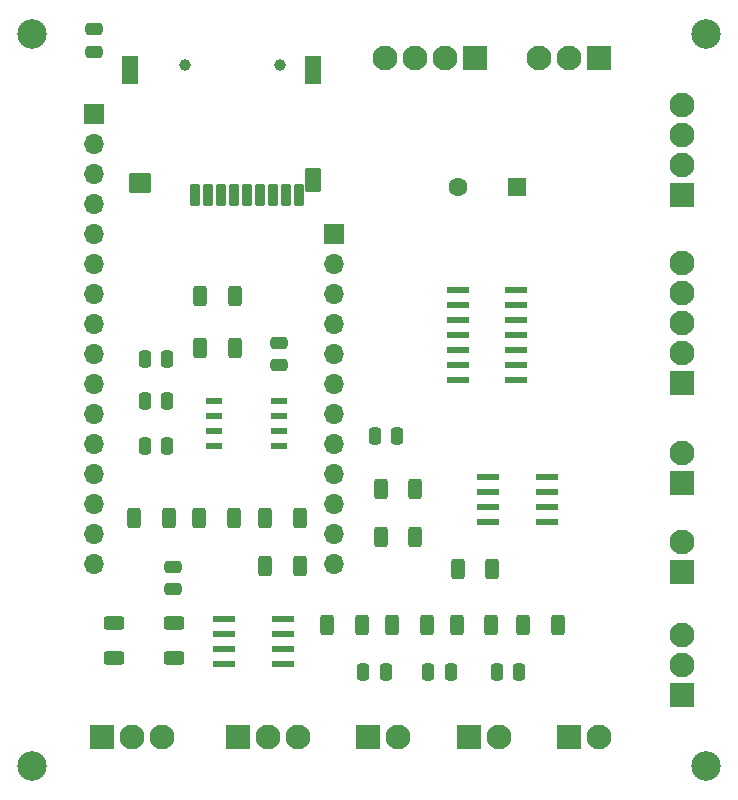
<source format=gts>
G04 #@! TF.GenerationSoftware,KiCad,Pcbnew,8.0.6*
G04 #@! TF.CreationDate,2025-01-17T16:42:44-08:00*
G04 #@! TF.ProjectId,AudioLux,41756469-6f4c-4757-982e-6b696361645f,rev?*
G04 #@! TF.SameCoordinates,Original*
G04 #@! TF.FileFunction,Soldermask,Top*
G04 #@! TF.FilePolarity,Negative*
%FSLAX46Y46*%
G04 Gerber Fmt 4.6, Leading zero omitted, Abs format (unit mm)*
G04 Created by KiCad (PCBNEW 8.0.6) date 2025-01-17 16:42:44*
%MOMM*%
%LPD*%
G01*
G04 APERTURE LIST*
G04 Aperture macros list*
%AMRoundRect*
0 Rectangle with rounded corners*
0 $1 Rounding radius*
0 $2 $3 $4 $5 $6 $7 $8 $9 X,Y pos of 4 corners*
0 Add a 4 corners polygon primitive as box body*
4,1,4,$2,$3,$4,$5,$6,$7,$8,$9,$2,$3,0*
0 Add four circle primitives for the rounded corners*
1,1,$1+$1,$2,$3*
1,1,$1+$1,$4,$5*
1,1,$1+$1,$6,$7*
1,1,$1+$1,$8,$9*
0 Add four rect primitives between the rounded corners*
20,1,$1+$1,$2,$3,$4,$5,0*
20,1,$1+$1,$4,$5,$6,$7,0*
20,1,$1+$1,$6,$7,$8,$9,0*
20,1,$1+$1,$8,$9,$2,$3,0*%
G04 Aperture macros list end*
%ADD10R,2.100000X2.100000*%
%ADD11C,2.100000*%
%ADD12RoundRect,0.250000X-0.250000X-0.475000X0.250000X-0.475000X0.250000X0.475000X-0.250000X0.475000X0*%
%ADD13RoundRect,0.250000X0.312500X0.625000X-0.312500X0.625000X-0.312500X-0.625000X0.312500X-0.625000X0*%
%ADD14RoundRect,0.250000X-0.625000X0.312500X-0.625000X-0.312500X0.625000X-0.312500X0.625000X0.312500X0*%
%ADD15R,1.460500X0.533400*%
%ADD16RoundRect,0.250000X0.250000X0.475000X-0.250000X0.475000X-0.250000X-0.475000X0.250000X-0.475000X0*%
%ADD17R,1.600000X1.600000*%
%ADD18C,1.600000*%
%ADD19RoundRect,0.250000X-0.475000X0.250000X-0.475000X-0.250000X0.475000X-0.250000X0.475000X0.250000X0*%
%ADD20R,1.700000X1.700000*%
%ADD21O,1.700000X1.700000*%
%ADD22C,2.500000*%
%ADD23RoundRect,0.250000X-0.312500X-0.625000X0.312500X-0.625000X0.312500X0.625000X-0.312500X0.625000X0*%
%ADD24C,1.000000*%
%ADD25RoundRect,0.102000X0.350000X0.800000X-0.350000X0.800000X-0.350000X-0.800000X0.350000X-0.800000X0*%
%ADD26RoundRect,0.102000X0.600000X0.900000X-0.600000X0.900000X-0.600000X-0.900000X0.600000X-0.900000X0*%
%ADD27RoundRect,0.102000X0.800000X0.750000X-0.800000X0.750000X-0.800000X-0.750000X0.800000X-0.750000X0*%
%ADD28RoundRect,0.102000X0.600000X1.100000X-0.600000X1.100000X-0.600000X-1.100000X0.600000X-1.100000X0*%
%ADD29R,1.981200X0.558800*%
G04 APERTURE END LIST*
D10*
X141500000Y-56000000D03*
D11*
X138960000Y-56000000D03*
X136420000Y-56000000D03*
X133880000Y-56000000D03*
D12*
X132018000Y-108056000D03*
X133918000Y-108056000D03*
D10*
X132460000Y-113500000D03*
D11*
X135000000Y-113500000D03*
D10*
X109920000Y-113500000D03*
D11*
X112460000Y-113500000D03*
X115000000Y-113500000D03*
D13*
X121035000Y-94996000D03*
X118110000Y-94996000D03*
D10*
X159000000Y-99540000D03*
D11*
X159000000Y-97000000D03*
D10*
X159000000Y-83540000D03*
D11*
X159000000Y-81000000D03*
X159000000Y-78460000D03*
X159000000Y-75920000D03*
X159000000Y-73380000D03*
D13*
X126623000Y-99060000D03*
X123698000Y-99060000D03*
X115535000Y-94996000D03*
X112610000Y-94996000D03*
D14*
X116011000Y-103909500D03*
X116011000Y-106834500D03*
D15*
X119410850Y-85056000D03*
X119410850Y-86326000D03*
X119410850Y-87596000D03*
X119410850Y-88866000D03*
X124859150Y-88866000D03*
X124859150Y-87596000D03*
X124859150Y-86326000D03*
X124859150Y-85056000D03*
D13*
X148486700Y-104056000D03*
X145561700Y-104056000D03*
D16*
X145231000Y-108051600D03*
X143331000Y-108051600D03*
D17*
X145000000Y-67000000D03*
D18*
X140000000Y-67000000D03*
D19*
X124842000Y-80129000D03*
X124842000Y-82029000D03*
X109254400Y-53600000D03*
X109254400Y-55500000D03*
D13*
X126623000Y-94996000D03*
X123698000Y-94996000D03*
X142935000Y-99339000D03*
X140010000Y-99339000D03*
D20*
X129545800Y-70929600D03*
D21*
X129545800Y-73469600D03*
X129545800Y-76009600D03*
X129545800Y-78549600D03*
X129545800Y-81089600D03*
X129545800Y-83629600D03*
X129545800Y-86169600D03*
X129545800Y-88709600D03*
X129545800Y-91249600D03*
X129545800Y-93789600D03*
X129545800Y-96329600D03*
X129545800Y-98869600D03*
D13*
X142873000Y-104056000D03*
X139948000Y-104056000D03*
D22*
X161000000Y-54000000D03*
D10*
X141000000Y-113500000D03*
D11*
X143540000Y-113500000D03*
D10*
X149460000Y-113500000D03*
D11*
X152000000Y-113500000D03*
D23*
X128948000Y-104056000D03*
X131873000Y-104056000D03*
D10*
X121420000Y-113500000D03*
D11*
X123960000Y-113500000D03*
X126500000Y-113500000D03*
D24*
X124950000Y-56662500D03*
X116950000Y-56662500D03*
D25*
X117750000Y-67662500D03*
X118850000Y-67662500D03*
X119950000Y-67662500D03*
X121050000Y-67662500D03*
X122150000Y-67662500D03*
X123250000Y-67662500D03*
X124350000Y-67662500D03*
X125450000Y-67662500D03*
X126550000Y-67662500D03*
D26*
X127750000Y-66362500D03*
D27*
X113150000Y-66612500D03*
D28*
X127750000Y-57062500D03*
X112250000Y-57062500D03*
D12*
X113500000Y-88862000D03*
X115400000Y-88862000D03*
D10*
X159000000Y-67620000D03*
D11*
X159000000Y-65080000D03*
X159000000Y-62540000D03*
X159000000Y-60000000D03*
D22*
X161000000Y-116000000D03*
D20*
X109220000Y-60766000D03*
D21*
X109220000Y-63306000D03*
X109220000Y-65846000D03*
X109220000Y-68386000D03*
X109220000Y-70926000D03*
X109220000Y-73466000D03*
X109220000Y-76006000D03*
X109220000Y-78546000D03*
X109220000Y-81086000D03*
X109220000Y-83626000D03*
X109220000Y-86166000D03*
X109220000Y-88706000D03*
X109220000Y-91246000D03*
X109220000Y-93786000D03*
X109220000Y-96326000D03*
X109220000Y-98866000D03*
D13*
X136410500Y-96556000D03*
X133485500Y-96556000D03*
D10*
X159000000Y-110000000D03*
D11*
X159000000Y-107460000D03*
X159000000Y-104920000D03*
D19*
X115910500Y-99106000D03*
X115910500Y-101006000D03*
D12*
X113500000Y-81496000D03*
X115400000Y-81496000D03*
D10*
X159000000Y-92000000D03*
D11*
X159000000Y-89460000D03*
D22*
X104000000Y-54000000D03*
D23*
X118210000Y-80556000D03*
X121135000Y-80556000D03*
D22*
X104000000Y-116000000D03*
D12*
X113500000Y-85052000D03*
X115400000Y-85052000D03*
D29*
X120260050Y-103556000D03*
X120260050Y-104826000D03*
X120260050Y-106096000D03*
X120260050Y-107366000D03*
X125187650Y-107366000D03*
X125187650Y-106096000D03*
X125187650Y-104826000D03*
X125187650Y-103556000D03*
D23*
X133485500Y-92556000D03*
X136410500Y-92556000D03*
X118195400Y-76162000D03*
X121120400Y-76162000D03*
D12*
X137518000Y-108056000D03*
X139418000Y-108056000D03*
D10*
X152000000Y-56000000D03*
D11*
X149460000Y-56000000D03*
X146920000Y-56000000D03*
D23*
X134448000Y-104056000D03*
X137373000Y-104056000D03*
D12*
X132998000Y-88056000D03*
X134898000Y-88056000D03*
D14*
X110931000Y-103909500D03*
X110931000Y-106834500D03*
D29*
X140000000Y-75650000D03*
X140000000Y-76920000D03*
X140000000Y-78190000D03*
X140000000Y-79460000D03*
X140000000Y-80730000D03*
X140000000Y-82000000D03*
X140000000Y-83270000D03*
X144927600Y-83270000D03*
X144927600Y-82000000D03*
X144927600Y-80730000D03*
X144927600Y-79460000D03*
X144927600Y-78190000D03*
X144927600Y-76920000D03*
X144927600Y-75650000D03*
X142606200Y-91544000D03*
X142606200Y-92814000D03*
X142606200Y-94084000D03*
X142606200Y-95354000D03*
X147533800Y-95354000D03*
X147533800Y-94084000D03*
X147533800Y-92814000D03*
X147533800Y-91544000D03*
M02*

</source>
